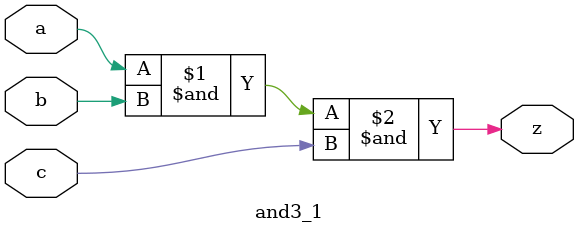
<source format=v>
module and3_1 (
   z,
   a, b, c
   );
  parameter DELAY = 1;
  input a,b,c;
  output z;
  assign #DELAY z= a & b & c;
endmodule
</source>
